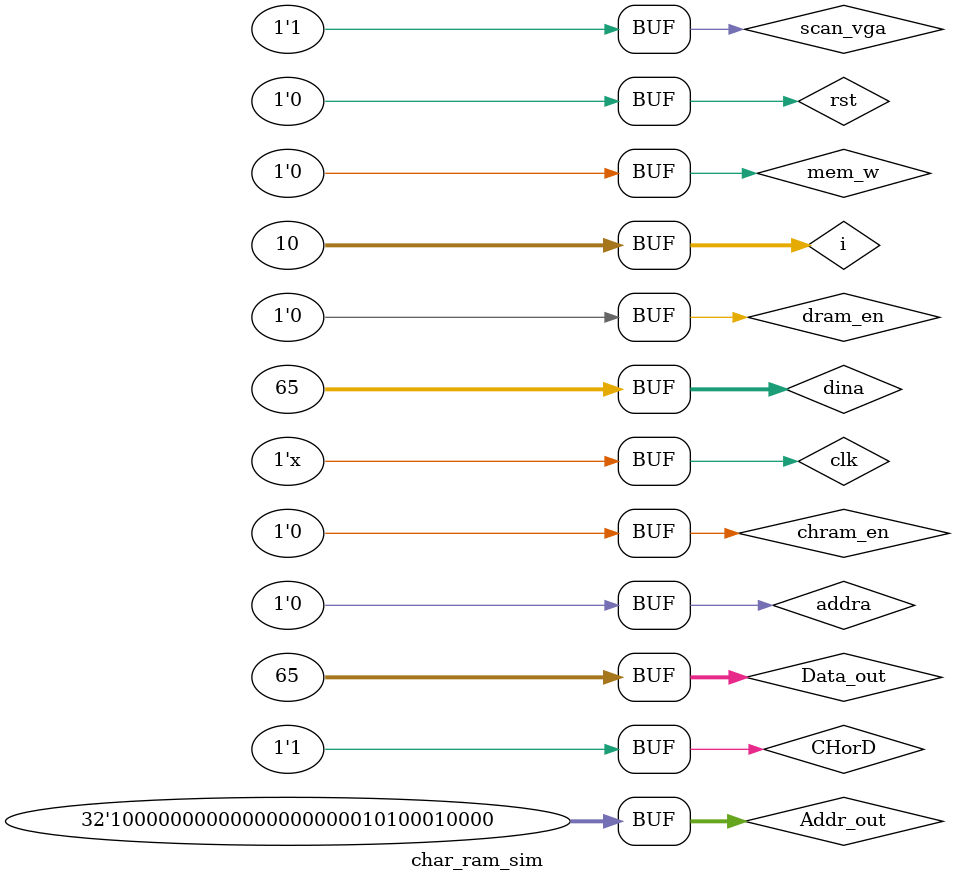
<source format=v>
`timescale 1ns / 1ps;
module char_ram_sim();
    reg [31:0] Addr_out, Data_out;
    reg [8:0] row_addr;
    reg [9:0] col_addr;
    reg rst;
    reg clk;
    reg mem_w;
    reg scan_vga;

    wire [31:0] dina, douta;
    wire dram_en, chram_en, texel_on;
    wire CHorD = Addr_out[31];
    wire [6:0] scan_res;
    wire [12:0] scan_dir;
    wire [5:0] offset;

    assign dram_en = mem_w & ~CHorD;
    assign chram_en = mem_w & CHorD;
    assign dina = Data_out;
    assign addra = CHorD ? {1'b0, Addr_out[30:0]} : {2'b0, Addr_out[31:2]};

    blk_mem_gen_0 data_ram(.addra(Addr_out[31:2]), .wea(dram_en), .dina(dina), .clka(clk), .douta(douta));
    blk_mem_gen_1 char_ram(
        .rsta(rst), .addra(Addr_out[30:0]), .wea(chram_en), .dina(dina), .clka(clk), .douta(),
        .addrb(scan_dir), .web(1'b0), .dinb(7'h0), .clkb(clk), .doutb(scan_res)
    );
    addr_to_texel addr_to_texel(.row_addr(row_addr), .col_addr(col_addr), .scan_dir(scan_dir), .offset(offset));
    texel_lookup texel_lookup(.ascii(scan_res), .offset(offset), .en(scan_res != 7'b0), .o(texel_on));

    initial begin
        clk <= 0;
        Addr_out <= 0;
        mem_w <= 0;
        rst <= 1;
        Data_out <= 32'h0;
        Addr_out <= 32'h0;
        row_addr <= 9'h0;
        col_addr <= 10'h0;
        scan_vga <= 0;
        #20;
        rst <= 0;
        Addr_out <= 32'h80000510;
        Data_out <= 32'h00000041;
        mem_w <= 1;
        #20;
        mem_w <= 0;
        row_addr <= 128;
        col_addr <= 128;
        scan_vga <= 1;
    end

    wire scan_to_new = row_addr == 136;

    integer i;
    always @ (*) begin
        for (i=0; i<10; i=i+1) clk <= #5 ~clk;
    end
    always @ (posedge clk) begin
        if (scan_vga) row_addr = row_addr + 1'b1; // use sync
    end
    always @ (posedge scan_to_new) begin
        if (scan_vga) col_addr = col_addr + 1'b1; // use sync
        if (row_addr == 136) row_addr = 128;
        if (col_addr == 136) col_addr = 128;
    end
endmodule // char_ram_sim
</source>
